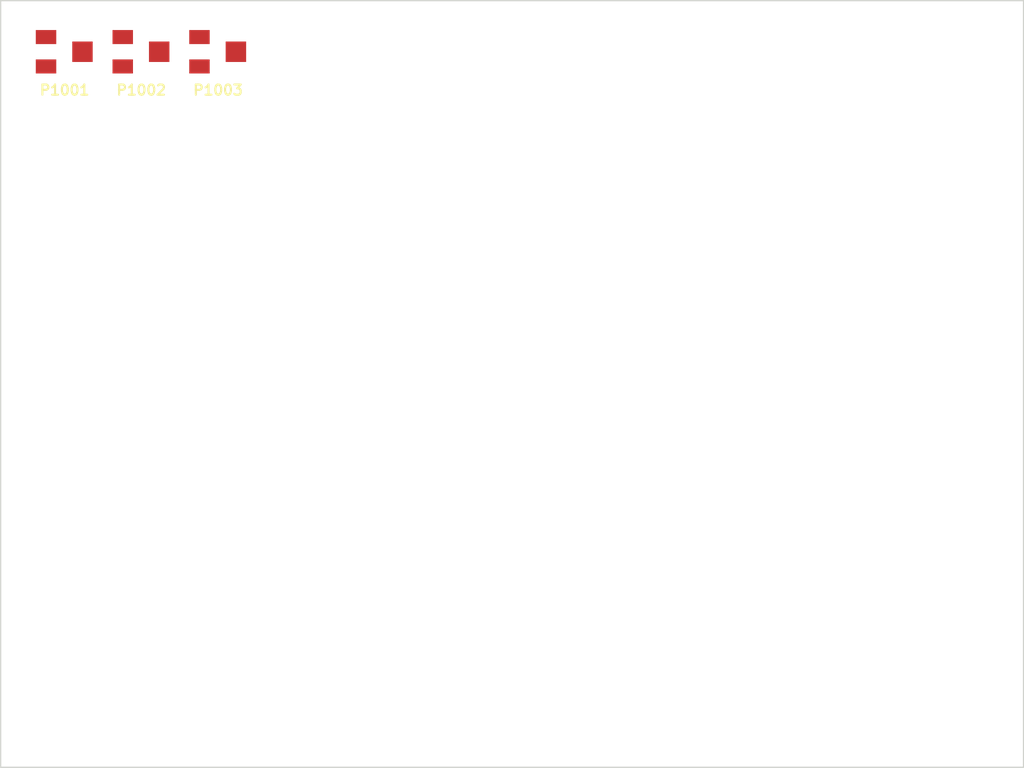
<source format=kicad_pcb>
(kicad_pcb (version 20241229) (generator "pcbnew") (generator_version "9.0")
  (title_block (title "Potentiometers") (date "2026-01-10") (rev "1") (comment 1 "-") (comment 2 "-"))
  (layers (0 "F.Cu" signal) (2 "B.Cu" signal) (13 "F.Paste" user) (15 "B.Paste" user) (5 "F.SilkS" user "F.Silkscreen") (7 "B.SilkS" user "B.Silkscreen") (1 "F.Mask" user) (3 "B.Mask" user) (25 "Edge.Cuts" user))
  (net 0 "")
  (footprint "lily_footprints:pot_3313j" (layer "F.Cu") (at 115 74)
    (property "Reference" "P1001" (at 0 3 0) (layer "F.SilkS") (effects (font (size 0.8 0.8) (thickness 0.16))))
    (property "Value" "500R" (hide yes))
    (pad "1" smd rect (at -1.45 1.15) (size 1.6 1.1) (layers "F.Cu" "F.Mask" "F.Paste"))
    (pad "2" smd rect (at 1.4 0) (size 1.6 1.6) (layers "F.Cu" "F.Mask" "F.Paste"))
    (pad "3" smd rect (at -1.45 -1.15) (size 1.6 1.1) (layers "F.Cu" "F.Mask" "F.Paste"))
  )
  (footprint "lily_footprints:pot_3313j" (layer "F.Cu") (at 121 74)
    (property "Reference" "P1002" (at 0 3 0) (layer "F.SilkS") (effects (font (size 0.8 0.8) (thickness 0.16))))
    (property "Value" "2k" (hide yes))
    (pad "1" smd rect (at -1.45 1.15) (size 1.6 1.1) (layers "F.Cu" "F.Mask" "F.Paste"))
    (pad "2" smd rect (at 1.4 0) (size 1.6 1.6) (layers "F.Cu" "F.Mask" "F.Paste"))
    (pad "3" smd rect (at -1.45 -1.15) (size 1.6 1.1) (layers "F.Cu" "F.Mask" "F.Paste"))
  )
  (footprint "lily_footprints:pot_3313j" (layer "F.Cu") (at 127 74)
    (property "Reference" "P1003" (at 0 3 0) (layer "F.SilkS") (effects (font (size 0.8 0.8) (thickness 0.16))))
    (property "Value" "5k" (hide yes))
    (pad "1" smd rect (at -1.45 1.15) (size 1.6 1.1) (layers "F.Cu" "F.Mask" "F.Paste"))
    (pad "2" smd rect (at 1.4 0) (size 1.6 1.6) (layers "F.Cu" "F.Mask" "F.Paste"))
    (pad "3" smd rect (at -1.45 -1.15) (size 1.6 1.1) (layers "F.Cu" "F.Mask" "F.Paste"))
  )
  (gr_rect (start 110 70) (end 190 130) (stroke (width 0.1)) (fill no) (layer "Edge.Cuts"))
)
</source>
